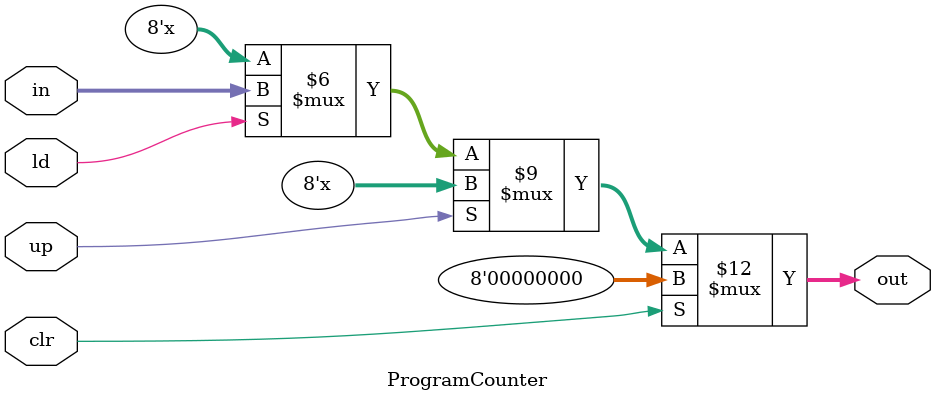
<source format=v>
`timescale 1ns / 1ps

module ProgramCounter(ld, clr, up, in, out);
    input wire ld, clr, up;
    input [7:0] in;
    output reg [7:0] out;
    
    always @(*) begin
        if(clr == 1'b1) begin
            out <= 8'b00000000;
        end
        else if(up == 1'b1) begin
            out <= out + 1;
        end
        else if(ld == 1'b1) begin
            out <= in;
        end
    end
endmodule

</source>
